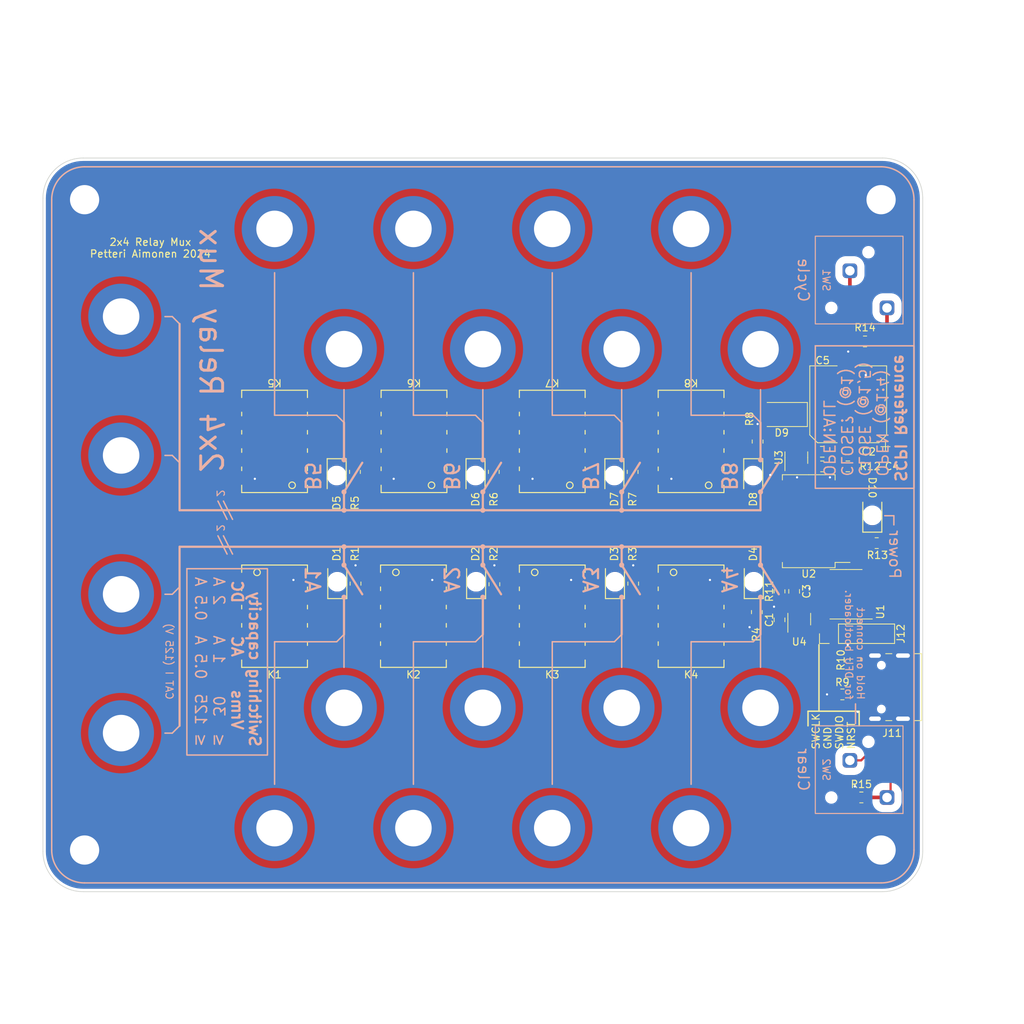
<source format=kicad_pcb>
(kicad_pcb (version 20221018) (generator pcbnew)
  (layers (0 "F.Cu" signal) (31 "B.Cu" signal) (34 "B.Paste" user) (35 "F.Paste" user) (36 "B.SilkS" user "B.Silkscreen") (37 "F.SilkS" user "F.Silkscreen") (38 "B.Mask" user) (39 "F.Mask" user) (44 "Edge.Cuts" user))
  (net 0 "")
  (net 1 "+5V")
  (net 2 "GND")
  (net 3 "+3V3")
  (net 4 "/VBUS")
  (net 5 "Net-(D1-K)")
  (net 6 "/A1")
  (net 7 "/A2")
  (net 8 "Net-(D3-K)")
  (net 9 "/A3")
  (net 10 "Net-(D4-K)")
  (net 11 "/A4")
  (net 12 "Net-(D5-K)")
  (net 13 "/B1")
  (net 14 "Net-(D6-K)")
  (net 15 "/B2")
  (net 16 "Net-(D7-K)")
  (net 17 "/B3")
  (net 18 "Net-(D8-K)")
  (net 19 "/B4")
  (net 20 "/USB_DP")
  (net 21 "/USB_DM")
  (net 38 "/CYCLE_BTN")
  (net 39 "/BOOT0")
  (net 40 "/STATUS_LED")
  (net 41 "/NRST")
  (net 42 "/SWDIO")
  (net 43 "/SWCLK")
  (net 44 "Net-(J11-CC1)")
  (net 46 "Net-(J11-CC2)")
  (net 49 "/A1_1")
  (net 50 "/A1_2")
  (net 51 "/A2_1")
  (net 52 "/A2_2")
  (net 53 "/A_1")
  (net 54 "/A_2")
  (net 55 "Net-(D2-K)")
  (net 56 "/B4_1")
  (net 57 "/B4_2")
  (net 58 "/B1_1")
  (net 59 "/B1_2")
  (net 60 "/B2_1")
  (net 61 "/B2_2")
  (net 62 "/B3_1")
  (net 63 "/B3_2")
  (net 64 "/B_1")
  (net 65 "/B_2")
  (net 66 "/PWR_EN")
  (net 67 "/A3_1")
  (net 68 "/A3_2")
  (net 69 "/A4_1")
  (net 70 "/A4_2")
  (net 71 "Net-(U3-ILIM)")
  (net 72 "Net-(D10-K)")
  (net 74 "/PA0")
  (net 75 "/PA1")
  (net 76 "/PA2")
  (net 77 "/PA3")
  (net 78 "/PA4")
  (net 79 "/PA5")
  (net 80 "/PA6")
  (net 81 "/PA7")
  (footprint "Resistor_SMD:R_0805_2012Metric" (layer "F.Cu") (at 213.6 88.6 90)
    (fp_text reference "R8")
    (fp_text value "470")
  )
  (footprint "Resistor_SMD:R_0805_2012Metric" (layer "F.Cu") (at 177.58 108.1275 90)
    (fp_text reference "R2")
    (fp_text value "470")
  )
  (footprint "relaymux:Binding_Post_Pair_60deg" (layer "F.Cu") (at 152.25 67.727241 120)
    (fp_text reference "J7" hide)
    (fp_text value "B1")
  )
  (footprint "relaymux:Binding_Post_Pair" (layer "F.Cu") (at 126.5 81 90)
    (fp_text reference "J6" hide)
    (fp_text value "B")
  )
  (footprint "Resistor_SMD:R_0805_2012Metric" (layer "F.Cu") (at 228.3 74.9 180)
    (fp_text reference "R14")
    (fp_text value "75k")
  )
  (footprint "Resistor_SMD:R_0805_2012Metric" (layer "F.Cu") (at 158.5 92.75 -90)
    (fp_text reference "R5")
    (fp_text value "470")
  )
  (footprint "MountingHole:MountingHole_4mm_Pad" (layer "F.Cu") (at 121.5 144.5)
    (fp_text reference "H3" hide)
    (fp_text value "M3.5")
  )
  (footprint "Resistor_SMD:R_0805_2012Metric" (layer "F.Cu") (at 196.58 108.04 90)
    (fp_text reference "R3")
    (fp_text value "470")
  )
  (footprint "Package_TO_SOT_SMD:SOT-23-6" (layer "F.Cu") (at 218.9 90.8 90)
    (fp_text reference "U3")
    (fp_text value "TPS2552D")
  )
  (footprint "relaymux:Relay_TQ2SA" (layer "F.Cu") (at 166.5 112.5 -90)
    (fp_text reference "K2")
    (fp_text value "TQ2SA-5V")
  )
  (footprint "Resistor_SMD:R_0805_2012Metric" (layer "F.Cu") (at 177.5 92.75 -90)
    (fp_text reference "R6")
    (fp_text value "470")
  )
  (footprint "Capacitor_SMD:C_0805_2012Metric" (layer "F.Cu") (at 216.6 113 90)
    (fp_text reference "C1")
    (fp_text value "10µF")
  )
  (footprint "relaymux:Relay_TQ2SA" (layer "F.Cu") (at 166.58 88.58 90)
    (fp_text reference "K6")
    (fp_text value "TQ2SA-5V")
  )
  (footprint "relaymux:Binding_Post_Pair_120deg" (layer "F.Cu") (at 171.25 133.272759 60)
    (fp_text reference "J3" hide)
    (fp_text value "A2")
  )
  (footprint "relaymux:LED_LTST-C230" (layer "F.Cu") (at 194 93.25 90)
    (fp_text reference "D7")
    (fp_text value "LED")
  )
  (footprint "relaymux:Binding_Post_Pair" (layer "F.Cu") (at 126.5 119 90)
    (fp_text reference "J1" hide)
    (fp_text value "A")
  )
  (footprint "Capacitor_SMD:C_0805_2012Metric" (layer "F.Cu") (at 222.45 90 180)
    (fp_text reference "C2")
    (fp_text value "N/A")
  )
  (footprint "Resistor_SMD:R_0805_2012Metric" (layer "F.Cu") (at 226.99 118.4025 -90)
    (fp_text reference "R10")
    (fp_text value "5k1")
  )
  (footprint "Package_TO_SOT_SMD:SOT-23-5" (layer "F.Cu") (at 219.3 112.9 90)
    (fp_text reference "U4")
    (fp_text value "TLV70033_SOT23-5")
  )
  (footprint "relaymux:Relay_TQ2SA" (layer "F.Cu") (at 185.5 88.58 90)
    (fp_text reference "K7")
    (fp_text value "TQ2SA-5V")
  )
  (footprint "Package_SO:SOP-18_7x12.5mm_P1.27mm" (layer "F.Cu") (at 220.6 99.5 180)
    (fp_text reference "U2")
    (fp_text value "TBD62783A")
  )
  (footprint "Resistor_SMD:R_0805_2012Metric" (layer "F.Cu") (at 229.9 102.5 180)
    (fp_text reference "R13")
    (fp_text value "470")
  )
  (footprint "Diode_SMD:D_SMA" (layer "F.Cu") (at 216.9 84.9 180)
    (fp_text reference "D9")
    (fp_text value "SMAJ5.0A")
  )
  (footprint "relaymux:Binding_Post_Pair_60deg" (layer "F.Cu") (at 190.25 67.727241 120)
    (fp_text reference "J9" hide)
    (fp_text value "B3")
  )
  (footprint "relaymux:Relay_TQ2SA" (layer "F.Cu") (at 204.5 112.5 -90)
    (fp_text reference "K4")
    (fp_text value "TQ2SA-5V")
  )
  (footprint "relaymux:LED_LTST-C230" (layer "F.Cu") (at 175.08 107.79 -90)
    (fp_text reference "D2")
    (fp_text value "LED")
  )
  (footprint "relaymux:Binding_Post_Pair_60deg" (layer "F.Cu") (at 209.25 67.727241 120)
    (fp_text reference "J10" hide)
    (fp_text value "B4")
  )
  (footprint "relaymux:Relay_TQ2SA" (layer "F.Cu") (at 204.5 88.58 90)
    (fp_text reference "K8")
    (fp_text value "TQ2SA-5V")
  )
  (footprint "relaymux:Binding_Post_Pair_120deg" (layer "F.Cu") (at 152.25 133.272759 60)
    (fp_text reference "J2" hide)
    (fp_text value "A1")
  )
  (footprint "Resistor_SMD:R_0805_2012Metric" (layer "F.Cu") (at 213.5 111.94 -90)
    (fp_text reference "R4")
    (fp_text value "470")
  )
  (footprint "relaymux:Binding_Post_Pair_120deg" (layer "F.Cu") (at 190.25 133.272759 60)
    (fp_text reference "J4" hide)
    (fp_text value "A3")
  )
  (footprint "Resistor_SMD:R_0805_2012Metric" (layer "F.Cu") (at 225.2 123.2)
    (fp_text reference "R9")
    (fp_text value "5k1")
  )
  (footprint "MountingHole:MountingHole_4mm_Pad" (layer "F.Cu") (at 230.5 55.5)
    (fp_text reference "H1" hide)
    (fp_text value "M3.5")
  )
  (footprint "Resistor_SMD:R_0805_2012Metric" (layer "F.Cu") (at 196.5 92.75 -90)
    (fp_text reference "R7")
    (fp_text value "470")
  )
  (footprint "Connector_USB:USB_C_Receptacle_JAE_DX07S016JA1R1500" (layer "F.Cu") (at 232.34 122.21 90)
    (fp_text reference "J11")
    (fp_text value "USB_C")
  )
  (footprint "Resistor_SMD:R_0805_2012Metric" (layer "F.Cu") (at 227.8 137.3 180)
    (fp_text reference "R15")
    (fp_text value "75k")
  )
  (footprint "Capacitor_SMD:C_0805_2012Metric" (layer "F.Cu") (at 225.95 92 180)
    (fp_text reference "C4")
    (fp_text value "10µF")
  )
  (footprint "relaymux:LED_LTST-C230" (layer "F.Cu") (at 156.08 107.79 -90)
    (fp_text reference "D1")
    (fp_text value "LED")
  )
  (footprint "MountingHole:MountingHole_4mm_Pad" (layer "F.Cu") (at 230.5 144.5)
    (fp_text reference "H2" hide)
    (fp_text value "M3.5")
  )
  (footprint "relaymux:Relay_TQ2SA" (layer "F.Cu") (at 185.5 112.5 -90)
    (fp_text reference "K3")
    (fp_text value "TQ2SA-5V")
  )
  (footprint "relaymux:LED_LTST-C230" (layer "F.Cu") (at 175 93.25 90)
    (fp_text reference "D6")
    (fp_text value "LED")
  )
  (footprint "MountingHole:MountingHole_4mm_Pad" (layer "F.Cu") (at 121.5 55.5)
    (fp_text reference "H4" hide)
    (fp_text value "M3.5")
  )
  (footprint "Resistor_SMD:R_0805_2012Metric" (layer "F.Cu") (at 216.6 109.1 90)
    (fp_text reference "R11")
    (fp_text value "75k")
  )
  (footprint "relaymux:LED_LTST-C230" (layer "F.Cu") (at 194.08 107.79 -90)
    (fp_text reference "D3")
    (fp_text value "LED")
  )
  (footprint "relaymux:LED_LTST-C230" (layer "F.Cu") (at 213 93.25 90)
    (fp_text reference "D8")
    (fp_text value "LED")
  )
  (footprint "relaymux:LED_LTST-C230" (layer "F.Cu") (at 156 93.25 90)
    (fp_text reference "D5")
    (fp_text value "LED")
  )
  (footprint "relaymux:Relay_TQ2SA" (layer "F.Cu") (at 147.5 112.5 -90)
    (fp_text reference "K1")
    (fp_text value "TQ2SA-5V")
  )
  (footprint "Package_SO:TSSOP-20_4.4x6.5mm_P0.65mm" (layer "F.Cu") (at 225.7 109.5 180)
    (fp_text reference "U1")
    (fp_text value "STM32F042F6Px")
  )
  (footprint "relaymux:LED_LTST-C230" (layer "F.Cu") (at 229.3 98.7 -90)
    (fp_text reference "D10")
    (fp_text value "LED")
  )
  (footprint "Resistor_SMD:R_0805_2012Metric" (layer "F.Cu") (at 158.58 108.04 90)
    (fp_text reference "R1")
    (fp_text value "470")
  )
  (footprint "relaymux:LED_LTST-C230" (layer "F.Cu") (at 213.08 107.79 -90)
    (fp_text reference "D4")
    (fp_text value "LED")
  )
  (footprint "relaymux:Binding_Post_Pair_60deg" (layer "F.Cu") (at 171.25 67.727241 120)
    (fp_text reference "J8" hide)
    (fp_text value "B2")
  )
  (footprint "relaymux:Pads_1x04_P2.54mm_Vertical" (layer "F.Cu") (at 223.4 114.9 90)
    (fp_text reference "J12")
    (fp_text value "Debug")
  )
  (footprint "Capacitor_SMD:CP_Elec_10x10" (layer "F.Cu") (at 226 83.5 90)
    (fp_text reference "C5")
    (fp_text value "470µF")
  )
  (footprint "Resistor_SMD:R_0805_2012Metric" (layer "F.Cu") (at 222.45 92)
    (fp_text reference "R12")
    (fp_text value "75k")
  )
  (footprint "Capacitor_SMD:C_0805_2012Metric" (layer "F.Cu") (at 218.6 109.1 90)
    (fp_text reference "C3")
    (fp_text value "10µF")
  )
  (footprint "relaymux:Binding_Post_Pair_120deg" (layer "F.Cu") (at 209.25 133.272759 60)
    (fp_text reference "J5" hide)
    (fp_text value "A4")
  )
  (footprint "relaymux:Relay_TQ2SA" (layer "F.Cu") (at 147.5 88.58 90)
    (fp_text reference "K5")
    (fp_text value "TQ2SA-5V")
  )
  (footprint "relaymux:SW_320E11" (layer "B.Cu") (at 227.5 66.5 90)
    (fp_text reference "SW1")
    (fp_text value "Cycle")
  )
  (footprint "relaymux:SW_320E11" (layer "B.Cu") (at 227.5 133.5 90)
    (fp_text reference "SW2")
    (fp_text value "Boot/Clear")
  )
  (gr_line (start 214 115) (end 214 119.5) (stroke (width 0.2)) (layer "B.SilkS"))
  (gr_line (start 156 85) (end 157 86) (stroke (width 0.2)) (layer "B.SilkS"))
  (gr_line (start 141.75 99.25) (end 140.5 96.75) (stroke (width 0.2)) (layer "B.SilkS"))
  (gr_line (start 133.5 71.5) (end 132.5 71.5) (stroke (width 0.2)) (layer "B.SilkS"))
  (gr_line (start 157 81.5) (end 157 86) (stroke (width 0.2)) (layer "B.SilkS"))
  (gr_line (start 147.5 85) (end 156 85) (stroke (width 0.2)) (layer "B.SilkS"))
  (gr_circle (center 214 105.5) (end 214 105.7) (stroke (width 0.3)) (fill none) (layer "B.SilkS"))
  (gr_circle (center 176 105.5) (end 176 105.7) (stroke (width 0.3)) (fill none) (layer "B.SilkS"))
  (gr_line (start 134.5 127.5) (end 134.5 103) (stroke (width 0.3)) (layer "B.SilkS"))
  (gr_line (start 185.5 65.5) (end 185.5 85) (stroke (width 0.2)) (layer "B.SilkS"))
  (gr_line (start 176 81.5) (end 176 86) (stroke (width 0.2)) (layer "B.SilkS"))
  (gr_line (start 166.5 85) (end 175 85) (stroke (width 0.2)) (layer "B.SilkS"))
  (gr_line (start 204.5 116) (end 204.5 135.5) (stroke (width 0.2)) (layer "B.SilkS"))
  (gr_circle (center 157 109.9) (end 157 110.1) (stroke (width 0.3)) (fill none) (layer "B.SilkS"))
  (gr_line (start 166.5 116) (end 166.5 135.5) (stroke (width 0.2)) (layer "B.SilkS"))
  (gr_line (start 195 86) (end 195 91.1) (stroke (width 0.3)) (layer "B.SilkS"))
  (gr_line (start 134.5 127.5) (end 133.5 128.5) (stroke (width 0.2)) (layer "B.SilkS"))
  (gr_circle (center 195 91.1) (end 195 90.9) (stroke (width 0.3)) (fill none) (layer "B.SilkS"))
  (gr_circle (center 176 109.9) (end 176 110.1) (stroke (width 0.3)) (fill none) (layer "B.SilkS"))
  (gr_line (start 214 109.9) (end 214 115) (stroke (width 0.3)) (layer "B.SilkS"))
  (gr_line (start 133.5 90.5) (end 132.5 90.5) (stroke (width 0.2)) (layer "B.SilkS"))
  (gr_line (start 178.5 91.5) (end 176 95.5) (stroke (width 0.3)) (layer "B.SilkS"))
  (gr_line (start 216.5 91.5) (end 214 95.5) (stroke (width 0.3)) (layer "B.SilkS"))
  (gr_line (start 121.5 51) (end 230.5 51) (stroke (width 0.2)) (layer "B.SilkS"))
  (gr_line (start 204.5 85) (end 213 85) (stroke (width 0.2)) (layer "B.SilkS"))
  (gr_line (start 157 103) (end 157 105.5) (stroke (width 0.3)) (layer "B.SilkS"))
  (gr_line (start 157 115) (end 157 119.5) (stroke (width 0.2)) (layer "B.SilkS"))
  (gr_line (start 195 103) (end 195 105.5) (stroke (width 0.3)) (layer "B.SilkS"))
  (gr_line (start 166.5 65.5) (end 166.5 85) (stroke (width 0.2)) (layer "B.SilkS"))
  (gr_line (start 176 115) (end 175 116) (stroke (width 0.2)) (layer "B.SilkS"))
  (gr_arc (start 121.5 149) (mid 118.318019 147.681981) (end 117 144.5) (stroke (width 0.2)) (layer "B.SilkS"))
  (gr_circle (center 214 95.5) (end 214 95.3) (stroke (width 0.3)) (fill none) (layer "B.SilkS"))
  (gr_circle (center 157 105.5) (end 157 105.7) (stroke (width 0.3)) (fill none) (layer "B.SilkS"))
  (gr_line (start 235 55.5) (end 235 144.5) (stroke (width 0.2)) (layer "B.SilkS"))
  (gr_circle (center 214 109.9) (end 214 110.1) (stroke (width 0.3)) (fill none) (layer "B.SilkS"))
  (gr_line (start 175 85) (end 176 86) (stroke (width 0.2)) (layer "B.SilkS"))
  (gr_line (start 214 86) (end 214 91.1) (stroke (width 0.3)) (layer "B.SilkS"))
  (gr_line (start 195 81.5) (end 195 86) (stroke (width 0.2)) (layer "B.SilkS"))
  (gr_line (start 141 104) (end 139.75 101.5) (stroke (width 0.2)) (layer "B.SilkS"))
  (gr_line (start 157 95.5) (end 157 98) (stroke (width 0.3)) (layer "B.SilkS"))
  (gr_line (start 133.5 90.5) (end 134.5 91.5) (stroke (width 0.2)) (layer "B.SilkS"))
  (gr_line (start 176 95.5) (end 176 98) (stroke (width 0.3)) (layer "B.SilkS"))
  (gr_rect (start 221.5 75.5) (end 235 95) (stroke (width 0.2)) (fill none) (layer "B.SilkS"))
  (gr_line (start 194 116) (end 185.5 116) (stroke (width 0.2)) (layer "B.SilkS"))
  (gr_circle (center 157 98) (end 157 97.8) (stroke (width 0.3)) (fill none) (layer "B.SilkS"))
  (gr_line (start 157 115) (end 156 116) (stroke (width 0.2)) (layer "B.SilkS"))
  (gr_circle (center 157 103) (end 157 103.2) (stroke (width 0.3)) (fill none) (layer "B.SilkS"))
  (gr_line (start 214 103) (end 214 105.5) (stroke (width 0.3)) (layer "B.SilkS"))
  (gr_line (start 147.5 116) (end 147.5 135.5) (stroke (width 0.2)) (layer "B.SilkS"))
  (gr_line (start 141.75 104) (end 140.5 101.5) (stroke (width 0.2)) (layer "B.SilkS"))
  (gr_arc (start 235 144.5) (mid 233.681981 147.681981) (end 230.5 149) (stroke (width 0.2)) (layer "B.SilkS"))
  (gr_line (start 232.25 98.75) (end 232.25 100) (stroke (width 0.2)) (layer "B.SilkS"))
  (gr_line (start 231 98.75) (end 232.25 98.75) (stroke (width 0.2)) (layer "B.SilkS"))
  (gr_line (start 204.5 65.5) (end 204.5 85) (stroke (width 0.2)) (layer "B.SilkS"))
  (gr_circle (center 195 105.5) (end 195 105.7) (stroke (width 0.3)) (fill none) (layer "B.SilkS"))
  (gr_line (start 133.5 109.5) (end 132.5 109.5) (stroke (width 0.2)) (layer "B.SilkS"))
  (gr_arc (start 230.5 51) (mid 233.681981 52.318019) (end 235 55.5) (stroke (width 0.2)) (layer "B.SilkS"))
  (gr_circle (center 195 103) (end 195 103.2) (stroke (width 0.3)) (fill none) (layer "B.SilkS"))
  (gr_line (start 195 109.9) (end 195 115) (stroke (width 0.3)) (layer "B.SilkS"))
  (gr_circle (center 195 109.9) (end 195 110.1) (stroke (width 0.3)) (fill none) (layer "B.SilkS"))
  (gr_line (start 156 116) (end 147.5 116) (stroke (width 0.2)) (layer "B.SilkS"))
  (gr_arc (start 117 55.5) (mid 118.318019 52.318019) (end 121.5 51) (stroke (width 0.2)) (layer "B.SilkS"))
  (gr_line (start 214 115) (end 213 116) (stroke (width 0.2)) (layer "B.SilkS"))
  (gr_line (start 185.5 116) (end 185.5 135.5) (stroke (width 0.2)) (layer "B.SilkS"))
  (gr_circle (center 195 95.5) (end 195 95.3) (stroke (width 0.3)) (fill none) (layer "B.SilkS"))
  (gr_line (start 230.5 149) (end 121.5 149) (stroke (width 0.2)) (layer "B.SilkS"))
  (gr_line (start 176 115) (end 176 119.5) (stroke (width 0.2)) (layer "B.SilkS"))
  (gr_line (start 195 95.5) (end 195 98) (stroke (width 0.3)) (layer "B.SilkS"))
  (gr_line (start 176 103) (end 176 105.5) (stroke (width 0.3)) (layer "B.SilkS"))
  (gr_circle (center 214 91.1) (end 214 90.9) (stroke (width 0.3)) (fill none) (layer "B.SilkS"))
  (gr_line (start 157 109.9) (end 157 115) (stroke (width 0.3)) (layer "B.SilkS"))
  (gr_line (start 214 98) (end 134.5 98) (stroke (width 0.3)) (layer "B.SilkS"))
  (gr_line (start 195 115) (end 195 119.5) (stroke (width 0.2)) (layer "B.SilkS"))
  (gr_circle (center 176 91.1) (end 176 90.9) (stroke (width 0.3)) (fill none) (layer "B.SilkS"))
  (gr_line (start 147.5 65.5) (end 147.5 85) (stroke (width 0.2)) (layer "B.SilkS"))
  (gr_rect (start 135.5 106) (end 146.5254 131.5) (stroke (width 0.2)) (fill none) (layer "B.SilkS"))
  (gr_line (start 197.5 91.5) (end 195 95.5) (stroke (width 0.3)) (layer "B.SilkS"))
  (gr_line (start 213 85) (end 214 86) (stroke (width 0.2)) (layer "B.SilkS"))
  (gr_line (start 214 95.5) (end 214 98) (stroke (width 0.3)) (layer "B.SilkS"))
  (gr_line (start 157 105.5) (end 159.5 109.5) (stroke (width 0.3)) (layer "B.SilkS"))
  (gr_circle (center 195 98) (end 195 97.8) (stroke (width 0.3)) (fill none) (layer "B.SilkS"))
  (gr_line (start 195 105.5) (end 197.5 109.5) (stroke (width 0.3)) (layer "B.SilkS"))
  (gr_line (start 176 86) (end 176 91.1) (stroke (width 0.3)) (layer "B.SilkS"))
  (gr_line (start 214 81.5) (end 214 86) (stroke (width 0.2)) (layer "B.SilkS"))
  (gr_line (start 159.5 91.5) (end 157 95.5) (stroke (width 0.3)) (layer "B.SilkS"))
  (gr_line (start 157 86) (end 157 91.1) (stroke (width 0.3)) (layer "B.SilkS"))
  (gr_line (start 195 115) (end 194 116) (stroke (width 0.2)) (layer "B.SilkS"))
  (gr_line (start 141 99.25) (end 139.75 96.75) (stroke (width 0.2)) (layer "B.SilkS"))
  (gr_line (start 176 105.5) (end 178.5 109.5) (stroke (width 0.3)) (layer "B.SilkS"))
  (gr_circle (center 157 91.1) (end 157 90.9) (stroke (width 0.3)) (fill none) (layer "B.SilkS"))
  (gr_circle (center 176 98) (end 176 97.8) (stroke (width 0.3)) (fill none) (layer "B.SilkS"))
  (gr_line (start 134.5 98) (end 134.5 72.5) (stroke (width 0.3)) (layer "B.SilkS"))
  (gr_line (start 194 85) (end 195 86) (stroke (width 0.2)) (layer "B.SilkS"))
  (gr_line (start 175 116) (end 166.5 116) (stroke (width 0.2)) (layer "B.SilkS"))
  (gr_circle (center 176 95.5) (end 176 95.3) (stroke (width 0.3)) (fill none) (layer "B.SilkS"))
  (gr_circle (center 157 95.5) (end 157 95.3) (stroke (width 0.3)) (fill none) (layer "B.SilkS"))
  (gr_line (start 133.5 128.5) (end 132.5 128.5) (stroke (width 0.2)) (layer "B.SilkS"))
  (gr_line (start 213 116) (end 204.5 116) (stroke (width 0.2)) (layer "B.SilkS"))
  (gr_line (start 185.5 85) (end 194 85) (stroke (width 0.2)) (layer "B.SilkS"))
  (gr_line (start 134.5 103) (end 214 103) (stroke (width 0.3)) (layer "B.SilkS"))
  (gr_line (start 117 144.5) (end 117 55.5) (stroke (width 0.2)) (layer "B.SilkS"))
  (gr_line (start 227 124.5) (end 227 127.2) (stroke (width 0.2)) (layer "B.SilkS"))
  (gr_line (start 133.5 71.5) (end 134.5 72.5) (stroke (width 0.2)) (layer "B.SilkS"))
  (gr_line (start 134.5 108.5) (end 133.5 109.5) (stroke (width 0.2)) (layer "B.SilkS"))
  (gr_circle (center 176 103) (end 176 103.2) (stroke (width 0.3)) (fill none) (layer "B.SilkS"))
  (gr_line (start 214 105.5) (end 216.5 109.5) (stroke (width 0.3)) (layer "B.SilkS"))
  (gr_line (start 176 109.9) (end 176 115) (stroke (width 0.3)) (layer "B.SilkS"))
  (gr_line (start 220.5 125.5) (end 220.5 127.5) (stroke (width 0.2)) (layer "F.SilkS"))
  (gr_line (start 227.5 125.5) (end 220.5 125.5) (stroke (width 0.2)) (layer "F.SilkS"))
  (gr_line (start 222 125.5) (end 222 116.4) (stroke (width 0.2)) (layer "F.SilkS"))
  (gr_line (start 227.5 127.5) (end 227.5 125.5) (stroke (width 0.2)) (layer "F.SilkS"))
  (gr_line (start 230.7 150.2) (end 121.3 150.2) (stroke (width 0.1)) (layer "Edge.Cuts"))
  (gr_line (start 236.2 55.3) (end 236.2 144.7) (stroke (width 0.1)) (layer "Edge.Cuts"))
  (gr_arc (start 121.3 150.2) (mid 117.410913 148.589087) (end 115.8 144.7) (stroke (width 0.1)) (layer "Edge.Cuts"))
  (gr_arc (start 230.7 49.8) (mid 234.589087 51.410913) (end 236.2 55.3) (stroke (width 0.1)) (layer "Edge.Cuts"))
  (gr_arc (start 236.2 144.7) (mid 234.589087 148.589087) (end 230.7 150.2) (stroke (width 0.1)) (layer "Edge.Cuts"))
  (gr_line (start 121.3 49.8) (end 230.7 49.8) (stroke (width 0.1)) (layer "Edge.Cuts"))
  (gr_arc (start 115.8 55.3) (mid 117.410913 51.410913) (end 121.3 49.8) (stroke (width 0.1)) (layer "Edge.Cuts"))
  (gr_line (start 115.8 144.7) (end 115.8 55.3) (stroke (width 0.1)) (layer "Edge.Cuts"))
  (gr_text "≤  30" (at 139 130.5 270) (layer "B.SilkS") (effects (font (size 1.5 1.5) (thickness 0.2)) (justify left bottom mirror)))
  (gr_text "Power" (at 231.5 107.5 270) (layer "B.SilkS") (effects (font (size 1.5 1.5) (thickness 0.2) bold) (justify left bottom mirror)))
  (gr_text "0.5 A" (at 136.5 115 270) (layer "B.SilkS") (effects (font (size 1.5 1.5) (thickness 0.2)) (justify right bottom mirror)))
  (gr_text "2x4 Relay Mux" (at 137 93.1 270) (layer "B.SilkS") (effects (font (size 3 3) (thickness 0.4)) (justify left bottom mirror)))
  (gr_text "≤ 125" (at 136.5 130.5 270) (layer "B.SilkS") (effects (font (size 1.5 1.5) (thickness 0.2)) (justify left bottom mirror)))
  (gr_text "2" (at 139.5 101 -90) (layer "B.SilkS") (effects (font (size 1 1)) (justify left bottom mirror)))
  (gr_text "OPEN (@1:4)\nCLOSE (@1,5)\nCLOSE? (@1)\nOPEN:ALL" (at 222.5 93.5 270) (layer "B.SilkS") (effects (font (size 1.5 1.5) (thickness 0.2)) (justify left bottom mirror)))
  (gr_text "A3" (at 189.5 109.5 270) (layer "B.SilkS") (effects (font (size 2 2) (thickness 0.3)) (justify left bottom mirror)))
  (gr_text "A1" (at 151.5 109.5 -90) (layer "B.SilkS") (effects (font (size 2 2) (thickness 0.3)) (justify left bottom mirror)))
  (gr_text "Hold on connect\nfor DFU bootloader." (at 225.5 124 -90) (layer "B.SilkS") (effects (font (size 1 1)) (justify left bottom mirror)))
  (gr_text "A4" (at 208.5 109.5 270) (layer "B.SilkS") (effects (font (size 2 2) (thickness 0.3)) (justify left bottom mirror)))
  (gr_text "B5" (at 151.5 95.5 270) (layer "B.SilkS") (effects (font (size 2 2) (thickness 0.3)) (justify left bottom mirror)))
  (gr_text "CAT I (125 V)" (at 132.5 124 -90) (layer "B.SilkS") (effects (font (size 1 1)) (justify left bottom mirror)))
  (gr_text "0.5 A" (at 136.5 107 270) (layer "B.SilkS") (effects (font (size 1.5 1.5) (thickness 0.2)) (justify right bottom mirror)))
  (gr_text "B8" (at 208.5 95.5 270) (layer "B.SilkS") (effects (font (size 2 2) (thickness 0.3)) (justify left bottom mirror)))
  (gr_text "A2" (at 170.5 109.5 270) (layer "B.SilkS") (effects (font (size 2 2) (thickness 0.3)) (justify left bottom mirror)))
  (gr_text "Switching capacity\n  Vrms    AC    DC" (at 141.5 130.5 270) (layer "B.SilkS") (effects (font (size 1.5 1.5) (thickness 0.3) bold) (justify left bottom mirror)))
  (gr_text "Clear" (at 219 133.5 270) (layer "B.SilkS") (effects (font (size 1.5 1.5) (thickness 0.2)) (justify bottom mirror)))
  (gr_text "2 A" (at 139 107 270) (layer "B.SilkS") (effects (font (size 1.5 1.5) (thickness 0.2)) (justify right bottom mirror)))
  (gr_text "B6" (at 170.5 95.5 270) (layer "B.SilkS") (effects (font (size 2 2) (thickness 0.3)) (justify left bottom mirror)))
  (gr_text "2" (at 139.5 96.25 -90) (layer "B.SilkS") (effects (font (size 1 1)) (justify left bottom mirror)))
  (gr_text "Cycle" (at 219 66.5 270) (layer "B.SilkS") (effects (font (size 1.5 1.5) (thickness 0.2)) (justify bottom mirror)))
  (gr_text "SCPI Reference" (at 232.25 94.25 270) (layer "B.SilkS") (effects (font (size 1.5 1.5) (thickness 0.3) bold) (justify left bottom mirror)))
  (gr_text "B7" (at 189.5 95.5 270) (layer "B.SilkS") (effects (font (size 2 2) (thickness 0.3)) (justify left bottom mirror)))
  (gr_text "1 A" (at 139 115 270) (layer "B.SilkS") (effects (font (size 1.5 1.5) (thickness 0.2)) (justify right bottom mirror)))
  (gr_text "SWCLK\nGND\nSWDIO\nNRST" (at 227 130.8 90) (layer "F.SilkS") (effects (font (size 1 1)) (justify left bottom)))
  (gr_text "2x4 Relay Mux\nPetteri Aimonen 2024" (at 130.5 63.5) (layer "F.SilkS") (effects (font (size 1 1)) (justify bottom)))
  (segment (start 226.08 94.42) (end 226.9 93.6) (width 0.5) (layer "F.Cu") (net 1))
  (segment (start 218.8 87.5) (end 223.4 87.5) (width 0.5) (layer "F.Cu") (net 1))
  (segment (start 225.375 94.42) (end 226.08 94.42) (width 0.5) (layer "F.Cu") (net 1))
  (segment (start 223.4 87.5) (end 226 87.5) (width 0.5) (layer "F.Cu") (net 1))
  (segment (start 217.95 88.35) (end 218.8 87.5) (width 0.5) (layer "F.Cu") (net 1))
  (segment (start 226.9 92) (end 226.8 91.9) (width 0.5) (layer "F.Cu") (net 1))
  (segment (start 226.8 88.3) (end 226 87.5) (width 0.5) (layer "F.Cu") (net 1))
  (segment (start 223.4 90) (end 223.4 87.5) (width 0.5) (layer "F.Cu") (net 1))
  (segment (start 226.8 91.9) (end 226.8 88.3) (width 0.5) (layer "F.Cu") (net 1))
  (segment (start 217.95 89.6625) (end 217.95 88.35) (width 0.5) (layer "F.Cu") (net 1))
  (segment (start 226.9 93.6) (end 226.9 92) (width 0.5) (layer "F.Cu") (net 1))
  (segment (start 213.6 87.6875) (end 213.6 86.2) (width 0.5) (layer "F.Cu") (net 2))
  (segment (start 216.75 112.05) (end 216.6 112.05) (width 0.3) (layer "F.Cu") (net 2))
  (segment (start 209.58 107.42) (end 207.2 107.42) (width 0.5) (layer "F.Cu") (net 2))
  (segment (start 223.3625 93.3625) (end 223.5 93.5) (width 0.5) (layer "F.Cu") (net 2))
  (segment (start 196.5 93.6625) (end 199.4175 93.6625) (width 0.5) (layer "F.Cu") (net 2))
  (segment (start 201.76 93.66) (end 201.8 93.7) (width 0.5) (layer "F.Cu") (net 2))
  (segment (start 207.2 107.42) (end 207.08 107.54) (width 0.5) (layer "F.Cu") (net 2))
  (segment (start 177.58 107.215) (end 177.58 105.54) (width 0.5) (layer "F.Cu") (net 2))
  (segment (start 226.8875 135.8125) (end 226.9 135.8) (width 0.5) (layer "F.Cu") (net 2))
  (segment (start 199.4175 93.6625) (end 199.42 93.66) (width 0.5) (layer "F.Cu") (net 2))
  (segment (start 190.58 107.42) (end 188.2 107.42) (width 0.5) (layer "F.Cu") (net 2))
  (segment (start 225.94 116.44) (end 226.99 117.49) (width 0.5) (layer "F.Cu") (net 2))
  (segment (start 215.825 94.42) (end 215.825 93.667796) (width 0.5) (layer "F.Cu") (net 2))
  (segment (start 158.5 93.6625) (end 161.4975 93.6625) (width 0.5) (layer "F.Cu") (net 2))
  (segment (start 161.5 93.66) (end 163.76 93.66) (width 0.5) (layer "F.Cu") (net 2))
  (segment (start 220.475 109.175) (end 219.45 108.15) (width 0.3) (layer "F.Cu") (net 2))
  (segment (start 218.825 112.9) (end 217.6 112.9) (width 0.3) (layer "F.Cu") (net 2))
  (segment (start 229.29 125.31) (end 227.59 125.31) (width 0.5) (layer "F.Cu") (net 2))
  (segment (start 223.3625 92) (end 223.3625 93.3625) (width 0.5) (layer "F.Cu") (net 2))
  (segment (start 226 76.2875) (end 227.3875 74.9) (width 0.5) (layer "F.Cu") (net 2))
  (segment (start 142.42 93.66) (end 144.76 93.66) (width 0.5) (layer "F.Cu") (net 2))
  (segment (start 144.76 93.66) (end 144.8 93.7) (width 0.5) (layer "F.Cu") (net 2))
  (segment (start 227.59 125.31) (end 227.3 125.6) (width 0.5) (layer "F.Cu") (net 2))
  (segment (start 224.2875 123.2) (end 223.1 123.2) (width 0.5) (layer "F.Cu") (net 2))
  (segment (start 226.8875 137.3) (end 226.8875 135.8125) (width 0.5) (layer "F.Cu") (net 2))
  (segment (start 219.3 113.375) (end 218.825 112.9) (width 0.3) (layer "F.Cu") (net 2))
  (segment (start 219.3 114.0375) (end 219.3 113.375) (width 0.3) (layer "F.Cu") (net 2))
  (segment (start 221.375 109.175) (end 220.475 109.175) (width 0.3) (layer "F.Cu") (net 2))
  (segment (start 163.76 93.66) (end 163.8 93.7) (width 0.5) (layer "F.Cu") (net 2))
  (segment (start 196.58 107.1275) (end 196.58 105.54) (width 0.5) (layer "F.Cu") (net 2))
  (segment (start 217.6 112.9) (end 216.75 112.05) (width 0.3) (layer "F.Cu") (net 2))
  (segment (start 213.5 113) (end 213.5 112.8525) (width 0.5) (layer "F.Cu") (net 2))
  (segment (start 188.2 107.42) (end 188.08 107.54) (width 0.5) (layer "F.Cu") (net 2))
  (segment (start 212.5 114) (end 213.5 113) (width 0.5) (layer "F.Cu") (net 2))
  (segment (start 220.9 108.7) (end 221.375 109.175) (width 0.3) (layer "F.Cu") (net 2))
  (segment (start 180.4175 93.6625) (end 180.42 93.66) (width 0.5) (layer "F.Cu") (net 2))
  (segment (start 215.8495 111.2995) (end 216.6 112.05) (width 0.5) (layer "F.Cu") (net 2))
  (segment (start 226 79.5) (end 228.4 79.5) (width 0.5) (layer "F.Cu") (net 2))
  (segment (start 161.4975 93.6625) (end 161.5 93.66) (width 0.5) (layer "F.Cu") (net 2))
  (segment (start 225.94 114.9) (end 225.94 116.44) (width 0.5) (layer "F.Cu") (net 2))
  (segment (start 229.29 119.11) (end 228.61 119.11) (width 0.5) (layer "F.Cu") (net 2))
  (segment (start 225 92) (end 223.3625 92) (width 0.5) (layer "F.Cu") (net 2))
  (segment (start 228.61 119.11) (end 226.99 117.49) (width 0.5) (layer "F.Cu") (net 2))
  (segment (start 215.825 93.667796) (end 215.328602 93.171398) (width 0.5) (layer "F.Cu") (net 2))
  (segment (start 218.9 91.9375) (end 218.9 93.4) (width 0.5) (layer "F.Cu") (net 2))
  (segment (start 226 79.5) (end 226 76.2875) (width 0.5) (layer "F.Cu") (net 2))
  (segment (start 220.7 108.7) (end 220.9 108.7) (width 0.3) (layer "F.Cu") (net 2))
  (segment (start 169.2 107.42) (end 169.08 107.54) (width 0.5) (layer "F.Cu") (net 2))
  (segment (start 219.45 108.15) (end 218.6 108.15) (width 0.3) (layer "F.Cu") (net 2))
  (segment (start 180.42 93.66) (end 182.76 93.66) (width 0.5) (layer "F.Cu") (net 2))
  (segment (start 171.58 107.42) (end 169.2 107.42) (width 0.5) (layer "F.Cu") (net 2))
  (segment (start 213.6 86.2) (end 214.9 84.9) (width 0.5) (layer "F.Cu") (net 2))
  (segment (start 152.58 107.42) (end 150.2 107.42) (width 0.5) (layer "F.Cu") (net 2))
  (segment (start 158.58 107.1275) (end 158.58 105.54) (width 0.5) (layer "F.Cu") (net 2))
  (segment (start 218.9 93.4) (end 219 93.5) (width 0.5) (layer "F.Cu") (net 2))
  (segment (start 150.2 107.42) (end 150.08 107.54) (width 0.5) (layer "F.Cu") (net 2))
  (segment (start 215.8495 111.2) (end 215.8495 111.2995) (width 0.5) (layer "F.Cu") (net 2))
  (segment (start 199.42 93.66) (end 201.76 93.66) (width 0.5) (layer "F.Cu") (net 2))
  (segment (start 177.5 93.6625) (end 180.4175 93.6625) (width 0.5) (layer "F.Cu") (net 2))
  (segment (start 222.8375 109.175) (end 221.375 109.175) (width 0.3) (layer "F.Cu") (net 2))
  (segment (start 182.76 93.66) (end 182.8 93.7) (width 0.5) (layer "F.Cu") (net 2))
  (via (at 215.328602 93.171398) (size 1) (drill 0.3) (layers "F.Cu" "B.Cu") (net 2))
  (via (at 213.6 86.2) (size 1) (drill 0.3) (layers "F.Cu" "B.Cu") (net 2))
  (via (at 212.5 114) (size 1) (drill 0.3) (layers "F.Cu" "B.Cu") (net 2))
  (via (at 223.1 123.2) (size 1) (drill 0.3) (layers "F.Cu" "B.Cu") (net 2))
  (via (at 144.8 93.7) (size 1) (drill 0.3) (layers "F.Cu" "B.Cu") (net 2))
  (via (at 150.08 107.54) (size 1) (drill 0.3) (layers "F.Cu" "B.Cu") (net 2))
  (via (at 223.5 93.5) (size 1) (drill 0.3) (layers "F.Cu" "B.Cu") (net 2))
  (via (at 177.58 105.54) (size 1) (drill 0.3) (layers "F.Cu" "B.Cu") (net 2))
  (via (at 169.08 107.54) (size 1) (drill 0.3) (layers "F.Cu" "B.Cu") (net 2))
  (via (at 226.9 135.8) (size 1) (drill 0.3) (layers "F.Cu" "B.Cu") (net 2))
  (via (at 220.7 108.7) (size 1) (drill 0.3) (layers "F.Cu" "B.Cu") (net 2))
  (via (at 201.8 93.7) (size 1) (drill 0.3) (layers "F.Cu" "B.Cu") (net 2))
  (via (at 182.8 93.7) (size 1) (drill 0.3) (layers "F.Cu" "B.Cu") (net 2))
  (via (at 228.4 79.5) (size 1) (drill 0.3) (layers "F.Cu" "B.Cu") (net 2))
  (via (at 225.94 116.44) (size 1) (drill 0.3) (layers "F.Cu" "B.Cu") (net 2))
  (via (at 188.08 107.54) (size 1) (drill 0.3) (layers "F.Cu" "B.Cu") (net 2))
  (via (at 219 93.5) (size 1) (drill 0.3) (layers "F.Cu" "B.Cu") (net 2))
  (via (at 196.58 105.54) (size 1) (drill 0.3) (layers "F.Cu" "B.Cu") (net 2))
  (via (at 215.8495 111.2) (size 1) (drill 0.3) (layers "F.Cu" "B.Cu") (net 2))
  (via (at 158.58 105.54) (size 1) (drill 0.3) (layers "F.Cu" "B.Cu") (net 2))
  (via (at 227.3 125.6) (size 1) (drill 0.3) (layers "F.Cu" "B.Cu") (net 2))
  (via (at 226 76.2875) (size 1) (drill 0.3) (layers "F.Cu" "B.Cu") (net 2))
  (via (at 207.08 107.54) (size 1) (drill 0.3) (layers "F.Cu" "B.Cu") (net 2))
  (via (at 163.8 93.7) (size 1) (drill 0.3) (layers "F.Cu" "B.Cu") (net 2))
  (segment (start 228 83) (end 224.5 83) (width 0.5) (layer "F.Cu") (net 3))
  (segment (start 229 84) (end 228 83) (width 0.5) (layer "F.Cu") (net 3))
  (segment (start 226.6 109.825) (end 226.6 112.692894) (width 0.3) (layer "F.Cu") (net 3))
  (segment (start 229.73 114.118628) (end 229.73 115.83) (width 0.3) (layer "F.Cu") (net 3))
  (segment (start 227.407106 113.5) (end 229.111372 113.5) (width 0.3) (layer "F.Cu") (net 3))
  (segment (start 223 81.5) (end 223 74.5) (width 0.5) (layer "F.Cu") (net 3))
  (segment (start 231.3 118.607107) (end 231.6 118.907107) (width 0.3) (layer "F.Cu") (net 3))
  (segment (start 231.6 125.441283) (end 231.3 125.741283) (width 0.3) (layer "F.Cu") (net 3))
  (segment (start 230.5 109.825) (end 231 109.325) (width 0.3) (layer "F.Cu") (net 3))
  (segment (start 222.8375 109.825) (end 216.7875 109.825) (width 0.3) (layer "F.Cu") (net 3))
  (segment (start 229.73 115.83) (end 231.3 117.4) (width 0.3) (layer "F.Cu") (net 3))
  (segment (start 229 93.2) (end 229 84) (width 0.5) (layer "F.Cu") (net 3))
  (segment (start 231 105.9) (end 229.9 104.8) (width 0.3) (layer "F.Cu") (net 3))
  (segment (start 216.7875 109.825) (end 216.6 110.0125) (width 0.3) (layer "F.Cu") (net 3))
  (segment (start 218.4 110.25) (end 218.6 110.05) (width 0.3) (layer "F.Cu") (net 3))
  (segment (start 231.6 118.907107) (end 231.6 125.441283) (width 0.3) (layer "F.Cu") (net 3))
  (segment (start 231.3 117.4) (end 231.3 118.607107) (width 0.3) (layer "F.Cu") (net 3))
  (segment (start 231.05147 100.7) (end 231.1 100.7) (width 0.3) (layer "F.Cu") (net 3))
  (segment (start 229.9 101.85147) (end 231.05147 100.7) (width 0.3) (layer "F.Cu") (net 3))
  (segment (start 227.1 109.825) (end 228.5625 109.825) (width 0.3) (layer "F.Cu") (net 3))
  (segment (start 227.1 109.825) (end 226.6 109.825) (width 0.3) (layer "F.Cu") (net 3))
  (segment (start 226.6 112.692894) (end 227.407106 113.5) (width 0.3) (layer "F.Cu") (net 3))
  (segment (start 228.5625 109.825) (end 230.5 109.825) (width 0.3) (layer "F.Cu") (net 3))
  (segment (start 231.3 125.741283) (end 231.3 128.7) (width 0.3) (layer "F.Cu") (net 3))
  (segment (start 229.111372 113.5) (end 229.73 114.118628) (width 0.3) (layer "F.Cu") (net 3))
  (segment (start 231.1 100.7) (end 231.1 95.3) (width 0.5) (layer "F.Cu") (net 3))
  (segment (start 218.35 111.7625) (end 218.4 111.7125) (width 0.3) (layer "F.Cu") (net 3))
  (segment (start 223 74.5) (end 226.23 71.27) (width 0.5) (layer "F.Cu") (net 3))
  (segment (start 226.23 71.27) (end 226.23 65.23) (width 0.5) (layer "F.Cu") (net 3))
  (segment (start 231 109.325) (end 231 105.9) (width 0.3) (layer "F.Cu") (net 3))
  (segment (start 231.1 95.3) (end 229 93.2) (width 0.5) (layer "F.Cu") (net 3))
  (segment (start 222.8375 109.825) (end 227.1 109.825) (width 0.3) (layer "F.Cu") (net 3))
  (segment (start 227.77 132.23) (end 226.23 132.23) (width 0.3) (layer "F.Cu") (net 3))
  (segment (start 224.5 83) (end 223 81.5) (width 0.5) (layer "F.Cu") (net 3))
  (segment (start 229.9 104.8) (end 229.9 101.85147) (width 0.3) (layer "F.Cu") (net 3))
  (segment (start 231.3 128.7) (end 227.77 132.23) (width 0.3) (layer "F.Cu") (net 3))
  (segment (start 218.4 111.7125) (end 218.4 110.25) (width 0.3) (layer "F.Cu") (net 3))
  (segment (start 216.6 113.95) (end 215.75 113.95) (width 0.5) (layer "F.Cu") (net 4))
  (segment (start 219.6 115.6) (end 220.5 115.6) (width 0.5) (layer "F.Cu") (net 4))
  (segment (start 230.79 120.79) (end 229.86 119.86) (width 0.3) (layer "F.Cu") (net 4))
  (segment (start 215.4 91.4) (end 215.4 88.4) (width 0.5) (layer "F.Cu") (net 4))
  (segment (start 215.4 88.4) (end 219.5 84.3) (width 0.5) (layer "F.Cu") (net 4))
  (segment (start 218.2 115.6) (end 219.6 115.6) (width 0.5) (layer "F.Cu") (net 4))
  (segment (start 214.9 107.5) (end 217.95 104.45) (width 0.5) (layer "F.Cu") (net 4))
  (segment (start 217.95 104.45) (end 217.95 93.3) (width 0.5) (layer "F.Cu") (net 4))
  (segment (start 214.9 113.1) (end 214.9 107.5) (width 0.5) (layer "F.Cu") (net 4))
  (segment (start 228.1 96.4) (end 228.65 96.95) (width 0.5) (layer "F.Cu") (net 4))
  (segment (start 218.35 114.0375) (end 218.2 114.1875) (width 0.5) (layer "F.Cu") (net 4))
  (segment (start 228.65 96.95) (end 229.3 96.95) (width 0.5) (layer "F.Cu") (net 4))
  (segment (start 230.79 123.820051) (end 230.79 120.79) (width 0.3) (layer "F.Cu") (net 4))
  (segment (start 217.95 93.3) (end 217.3 93.3) (width 0.5) (layer "F.Cu") (net 4))
  (segment (start 220.5 115.6) (end 220.2 115.3) (width 0.5) (layer "F.Cu") (net 4))
  (segment (start 217.95 93.3) (end 217.95 91.9375) (width 0.5) (layer "F.Cu") (net 4))
  (segment (start 219.5 84.3) (end 227 84.3) (width 0.5) (layer "F.Cu") (net 4))
  (segment (start 222.06 124.56) (end 229.29 124.56) (width 0.5) (layer "F.Cu") (net 4))
  (segment (start 221.5 124) (end 222.06 124.56) (width 0.5) (layer "F.Cu") (net 4))
  (segment (start 216.9 115.6) (end 219.6 115.6) (width 0.5) (layer "F.Cu") (net 4))
  (segment (start 217.3 93.3) (end 215.4 91.4) (width 0.5) (layer "F.Cu") (net 4))
  (segment (start 220.2 115.3) (end 220.2 114.0875) (width 0.5) (layer "F.Cu") (net 4))
  (segment (start 227 84.3) (end 228.1 85.4) (width 0.5) (layer "F.Cu") (net 4))
  (segment (start 220.5 116.5) (end 221.5 117.5) (width 0.5) (layer "F.Cu") (net 4))
  (segment (start 218.2 114.1875) (end 218.2 115.6) (width 0.5) (layer "F.Cu") (net 4))
  (segment (start 220.2 114.0875) (end 220.25 114.0375) (width 0.5) (layer "F.Cu") (net 4))
  (segment (start 216.6 115.3) (end 216.9 115.6) (width 0.5) (layer "F.Cu") (net 4))
  (segment (start 220.5 115.6) (end 220.5 116.5) (width 0.5) (layer "F.Cu") (net 4))
  (segment (start 221.5 117.5) (end 221.5 124) (width 0.5) (layer "F.Cu") (net 4))
  (segment (start 215.75 113.95) (end 214.9 113.1) (width 0.5) (layer "F.Cu") (net 4))
  (segment (start 229.29 124.56) (end 230.050051 124.56) (width 0.3) (layer "F.Cu") (net 4))
  (segment (start 228.1 85.4) (end 228.1 96.4) (width 0.5) (layer "F.Cu") (net 4))
  (segment (start 230.050051 124.56) (end 230.79 123.820051) (width 0.3) (layer "F.Cu") (net 4))
  (segment (start 229.86 119.86) (end 229.29 119.86) (width 0.3) (layer "F.Cu") (net 4))
  (segment (start 216.6 113.95) (end 216.6 115.3) (width 0.5) (layer "F.Cu") (net 4))
  (segment (start 157.9925 109.54) (end 158.58 108.9525) (width 0.5) (layer "F.Cu") (net 5))
  (segment (start 156.08 109.54) (end 157.9925 109.54) (width 0.5) (layer "F.Cu") (net 5))
  (segment (start 156.08 106.04) (end 156.08 100.85) (width 0.5) (layer "F.Cu") (net 6))
  (segment (start 156.08 100.85) (end 156 100.77) (width 0.5) (layer "F.Cu") (net 6))
  (segment (start 215.825 100.77) (end 156 100.77) (width 0.5) (layer "F.Cu") (net 6))
  (segment (start 156 100.77) (end 145.23 100.77) (width 0.5) (layer "F.Cu") (net 6))
  (segment (start 142.42 103.58) (end 142.42 107.42) (width 0.5) (layer "F.Cu") (net 6))
  (segment (start 145.23 100.77) (end 142.42 103.58) (width 0.5) (layer "F.Cu") (net 6))
  (segment (start 175.08 106.04) (end 175.08 102.12) (width 0.5) (layer "F.Cu") (net 7))
  (segment (start 163.46 102.04) (end 161.42 104.08) (width 0.5) (layer "F.Cu") (net 7))
  (segment (start 161.42 104.08) (end 161.42 107.42) (width 0.5) (layer "F.Cu") (net 7))
  (segment (start 175 102.04) (end 163.46 102.04) (width 0.5) (layer "F.Cu") (net 7))
  (segment (start 215.825 102.04) (end 175 102.04) (width 0.5) (layer "F.Cu") (net 7))
  (segment (start 175.08 102.12) (end 175 102.04) (width 0.5) (layer "F.Cu") (net 7))
  (segment (start 195.9925 109.54) (end 196.58 108.9525) (width 0.5) (layer "F.Cu") (net 8))
  (segment (start 194.08 109.54) (end 195.9925 109.54) (width 0.5) (layer "F.Cu") (net 8))
  (segment (start 182.19 103.31) (end 180.42 105.08) (width 0.5) (layer "F.Cu") (net 9))
  (segment (start 194 103.31) (end 182.19 103.31) (width 0.5) (layer "F.Cu") (net 9))
  (segment (start 180.42 105.08) (end 180.42 107.42) (width 0.5) (layer "F.Cu") (net 9))
  (segment (start 215.825 103.31) (end 194 103.31) (width 0.5) (layer "F.Cu") (net 9))
  (segment (start 194.08 103.39) (end 194 103.31) (width 0.5) (layer "F.Cu") (net 9))
  (segment (start 194.08 106.04) (end 194.08 103.39) (width 0.5) (layer "F.Cu") (net 9))
  (segment (start 213.08 110.6075) (end 213.5 111.0275) (width 0.5) (layer "F.Cu") (net 10))
  (segment (start 213.08 109.54) (end 213.08 110.6075) (width 0.5) (layer "F.Cu") (net 10))
  (segment (start 213 104.58) (end 200.92 104.58) (width 0.5) (layer "F.Cu") (net 11))
  (segment (start 215.825 104.58) (end 213 104.58) (width 0.5) (layer "F.Cu") (net 11))
  (segment (start 199.42 106.08) (end 199.42 107.42) (width 0.5) (layer "F.Cu") (net 11))
  (segment (start 213.08 106.04) (end 213.08 104.66) (width 0.5) (layer "F.Cu") (net 11))
  (segment (start 213.08 104.66) (end 213 104.58) (width 0.5) (layer "F.Cu") (net 11))
  (segment (start 200.92 104.58) (end 199.42 106.08) (width 0.5) (layer "F.Cu") (net 11))
  (segment (start 156 91.5) (end 158.1625 91.5) (width 0.5) (layer "F.Cu") (net 12))
  (segment (start 158.1625 91.5) (end 158.5 91.8375) (width 0.5) (layer "F.Cu") (net 12))
  (segment (start 155.2 99.5) (end 152.58 96.88) (width 0.5) (layer "F.Cu") (net 13))
  (segment (start 156 95) (end 152.58 95) (width 0.5) (layer "F.Cu") (net 13))
  (segment (start 152.58 95) (end 152.58 93.66) (width 0.5) (layer "F.Cu") (net 13))
  (segment (start 215.825 99.5) (end 155.2 99.5) (width 0.5) (layer "F.Cu") (net 13))
  (segment (start 152.58 96.88) (end 152.58 95) (width 0.5) (layer "F.Cu") (net 13))
  (segment (start 177.1625 91.5) (end 177.5 91.8375) (width 0.5) (layer "F.Cu") (net 14))
  (segment (start 175 91.5) (end 177.1625 91.5) (width 0.5) (layer "F.Cu") (net 14))
  (segment (start 173.43 98.23) (end 171.66 96.46) (width 0.5) (layer "F.Cu") (net 15))
  (segment (start 215.825 98.23) (end 173.43 98.23) (width 0.5) (layer "F.Cu") (net 15))
  (segment (start 175 95) (end 171.66 95) (width 0.5) (layer "F.Cu") (net 15))
  (segment (start 171.66 95) (end 171.66 93.66) (width 0.5) (layer "F.Cu") (net 15))
  (segment (start 171.66 96.46) (end 171.66 95) (width 0.5) (layer "F.Cu") (net 15))
  (segment (start 194 91.5) (end 196.1625 91.5) (width 0.5) (layer "F.Cu") (net 16))
  (segment (start 196.1625 91.5) (end 196.5 91.8375) (width 0.5) (layer "F.Cu") (net 16))
  (segment (start 191.66 96.96) (end 190.58 95.88) (width 0.5) (layer "F.Cu") (net 17))
  (segment (start 190.58 95) (end 190.58 93.66) (width 0.5) (layer "F.Cu") (net 17))
  (segment (start 190.58 95.88) (end 190.58 95) (width 0.5) (layer "F.Cu") (net 17))
  (segment (start 194 95) (end 190.58 95) (width 0.5) (layer "F.Cu") (net 17))
  (segment (start 215.825 96.96) (end 191.66 96.96) (width 0.5) (layer "F.Cu") (net 17))
  (segment (start 213 90.1125) (end 213.6 89.5125) (width 0.5) (layer "F.Cu") (net 18))
  (segment (start 213 91.25) (end 213 90.1125) (width 0.5) (layer "F.Cu") (net 18))
  (segment (start 213 95.69) (end 210.29 95.69) (width 0.5) (layer "F.Cu") (net 19))
  (segment (start 209.58 94.98) (end 209.58 93.66) (width 0.5) (layer "F.Cu") (net 19))
  (segment (start 210.29 95.69) (end 209.58 94.98) (width 0.5) (layer "F.Cu") (net 19))
  (segment (start 215.825 95.69) (end 213 95.69) (width 0.5) (layer "F.Cu") (net 19))
  (segment (start 213 95) (end 213 95.69) (width 0.5) (layer "F.Cu") (net 19))
  (segment (start 227.567106 121.96) (end 221.6 115.992894) (width 0.3) (layer "F.Cu") (net 20))
  (segment (start 228.29 121.96) (end 229.29 121.96) (width 0.3) (layer "F.Cu") (net 20))
  (segment (start 221.6 111.4) (end 221.875 111.125) (width 0.3) (layer "F.Cu") (net 20))
  (segment (start 228.29 122.29) (end 228.29 121.96) (width 0.3) (layer "F.Cu") (net 20))
  (segment (start 221.875 111.125) (end 222.8375 111.125) (width 0.3) (layer "F.Cu") (net 20))
  (segment (start 229.29 122.46) (end 228.46 122.46) (width 0.3) (layer "F.Cu") (net 20))
  (segment (start 228.29 121.96) (end 227.567106 121.96) (width 0.3) (layer "F.Cu") (net 20))
  (segment (start 221.6 115.992894) (end 221.6 111.4) (width 0.3) (layer "F.Cu") (net 20))
  (segment (start 228.46 122.46) (end 228.29 122.29) (width 0.3) (layer "F.Cu") (net 20))
  (segment (start 229.919976 122.96) (end 230.29 122.589976) (width 0.3) (layer "F.Cu") (net 21))
  (segment (start 221.1 116.2) (end 221.1 111.1) (width 0.3) (layer "F.Cu") (net 21))
  (segment (start 229.29 122.96) (end 229.919976 122.96) (width 0.3) (layer "F.Cu") (net 21))
  (segment (start 227.86 122.96) (end 221.1 116.2) (width 0.3) (layer "F.Cu") (net 21))
  (segment (start 221.725 110.475) (end 222.8375 110.475) (width 0.3) (layer "F.Cu") (net 21))
  (segment (start 230.29 121.830024) (end 229.919976 121.46) (width 0.3) (layer "F.Cu") (net 21))
  (segment (start 221.1 111.1) (end 221.725 110.475) (width 0.3) (layer "F.Cu") (net 21))
  (segment (start 229.919976 121.46) (end 229.29 121.46) (width 0.3) (layer "F.Cu") (net 21))
  (segment (start 230.29 122.589976) (end 230.29 121.830024) (width 0.3) (layer "F.Cu") (net 21))
  (segment (start 229.29 122.96) (end 227.86 122.96) (width 0.3) (layer "F.Cu") (net 21))
  (segment (start 230.557106 111.775) (end 228.5625 111.775) (width 0.3) (layer "F.Cu") (net 38))
  (segment (start 232 110.332106) (end 230.557106 111.775) (width 0.3) (layer "F.Cu") (net 38))
  (segment (start 232 104.4) (end 232 110.332106) (width 0.3) (layer "F.Cu") (net 38))
  (segment (start 231.31 74.9) (end 231.31 70.31) (width 0.5) (layer "F.Cu") (net 38))
  (segment (start 232 75.59) (end 231.31 74.9) (width 0.5) (layer "F.Cu") (net 38))
  (segment (start 232 104.4) (end 232 75.59) (width 0.5) (layer "F.Cu") (net 38))
  (segment (start 229.2125 74.9) (end 231.31 74.9) (width 0.5) (layer "F.Cu") (net 38))
  (segment (start 232.1 125.64839) (end 231.8 125.94839) (width 0.3) (layer "F.Cu") (net 39))
  (segment (start 231.3 137.3) (end 231.31 137.31) (width 0.5) (layer "F.Cu") (net 39))
  (segment (start 232.125 112.425) (end 233.3 113.6) (width 0.3) (layer "F.Cu") (net 39))
  (segment (start 231.8 118.4) (end 232.1 118.7) (width 0.3) (layer "F.Cu") (net 39))
  (segment (start 231.8 125.94839) (end 231.8 136.82) (width 0.3) (layer "F.Cu") (net 39))
  (segment (start 232.2 116.5) (end 231.8 116.9) (width 0.3) (layer "F.Cu") (net 39))
  (segment (start 232.8 116.5) (end 232.2 116.5) (width 0.3) (layer "F.Cu") (net 39))
  (segment (start 228.7125 137.3) (end 231.3 137.3) (width 0.5) (layer "F.Cu") (net 39))
  (segment (start 233.3 113.6) (end 233.3 116) (width 0.3) (layer "F.Cu") (net 39))
  (segment (start 231.8 136.82) (end 231.31 137.31) (width 0.3) (layer "F.Cu") (net 39))
  (segment (start 233.3 116) (end 232.8 116.5) (width 0.3) (layer "F.Cu") (net 39))
  (segment (start 232.1 118.7) (end 232.1 125.64839) (width 0.3) (layer "F.Cu") (net 39))
  (segment (start 228.5625 112.425) (end 232.125 112.425) (width 0.3) (layer "F.Cu") (net 39))
  (segment (start 231.8 116.9) (end 231.8 118.4) (width 0.3) (layer "F.Cu") (net 39))
  (segment (start 231.5 105.692894) (end 230.8 104.992894) (width 0.3) (layer "F.Cu") (net 40))
  (segment (start 230.5 111.125) (end 231.5 110.125) (width 0.3) (layer "F.Cu") (net 40))
  (segment (start 230.8 102.5125) (end 230.8125 102.5) (width 0.3) (layer "F.Cu") (net 40))
  (segment (start 230.8 104.992894) (end 230.8 102.5125) (width 0.3) (layer "F.Cu") (net 40))
  (segment (start 228.5625 111.125) (end 230.5 111.125) (width 0.3) (layer "F.Cu") (net 40))
  (segment (start 231.5 110.125) (end 231.5 105.692894) (width 0.3) (layer "F.Cu") (net 40))
  (segment (start 227.2 110.7) (end 227.2 112.585788) (width 0.3) (layer "F.Cu") (net 41))
  (segment (start 228.5625 110.475) (end 227.425 110.475) (width 0.3) (layer "F.Cu") (net 41))
  (segment (start 227.425 110.475) (end 227.2 110.7) (width 0.3) (layer "F.Cu") (net 41))
  (segment (start 231.02 113.72) (end 231.02 114.9) (width 0.3) (layer "F.Cu") (net 41))
  (segment (start 227.614212 113) (end 230.3 113) (width 0.3) (layer "F.Cu") (net 41))
  (segment (start 227.2 112.585788) (end 227.614212 113) (width 0.3) (layer "F.Cu") (net 41))
  (segment (start 230.3 113) (end 231.02 113.72) (width 0.3) (layer "F.Cu") (net 41))
  (segment (start 228.171372 114.3) (end 227.5 114.3) (width 0.3) (layer "F.Cu") (net 42))
  (segment (start 224.975 111.775) (end 222.8375 111.775) (width 0.3) (layer "F.Cu") (net 42))
  (segment (start 228.48 114.608628) (end 228.171372 114.3) (width 0.3) (layer "F.Cu") (net 42))
  (segment (start 227.5 114.3) (end 224.975 111.775) (width 0.3) (layer "F.Cu") (net 42))
  (segment (start 228.48 114.9) (end 228.48 114.608628) (width 0.3) (layer "F.Cu") (net 42))
  (segment (start 222.8375 114.3375) (end 223.4 114.9) (width 0.3) (layer "F.Cu") (net 43))
  (segment (start 222.8375 112.425) (end 222.8375 114.3375) (width 0.3) (layer "F.Cu") (net 43))
  (segment (start 226.1125 123.2) (end 226.8625 123.95) (width 0.3) (layer "F.Cu") (net 44))
  (segment (start 226.8625 123.95) (end 229.28 123.95) (width 0.3) (layer "F.Cu") (net 44))
  (segment (start 228.635 120.96) (end 226.99 119.315) (width 0.3) (layer "F.Cu") (net 46))
  (segment (start 229.29 120.96) (end 228.635 120.96) (width 0.3) (layer "F.Cu") (net 46))
  (segment (start 143.92 115.04) (end 147.5 118.62) (width 0.9) (layer "F.Cu") (net 49))
  (segment (start 147.5 118.62) (end 147.5 134) (width 0.9) (layer "F.Cu") (net 49))
  (segment (start 142.42 115.04) (end 143.92 115.04) (width 0.9) (layer "F.Cu") (net 49))
  (segment (start 152.58 115.04) (end 151.08 115.04) (width 0.9) (layer "F.Cu") (net 50))
  (segment (start 149 117.12) (end 149 124) (width 0.9) (layer "F.Cu") (net 50))
  (segment (start 151.08 115.04) (end 149 117.12) (width 0.9) (layer "F.Cu") (net 50))
  (segment (start 149 124) (end 150.045518 125.045518) (width 0.9) (layer "F.Cu") (net 50))
  (segment (start 150.045518 125.045518) (end 157 125.045518) (width 0.9) (layer "F.Cu") (net 50))
  (segment (start 161.42 115.04) (end 162.92 115.04) (width 0.9) (layer "F.Cu") (net 51))
  (segment (start 162.92 115.04) (end 166.5 118.62) (width 0.9) (layer "F.Cu") (net 51))
  (segment (start 166.5 118.62) (end 166.5 134) (width 0.9) (layer "F.Cu") (net 51))
  (segment (start 170.08 115.04) (end 168 117.12) (width 0.9) (layer "F.Cu") (net 52))
  (segment (start 171.58 115.04) (end 170.08 115.04) (width 0.9) (layer "F.Cu") (net 52))
  (segment (start 168 117.12) (end 168 124) (width 0.9) (layer "F.Cu") (net 52))
  (segment (start 168 124) (end 169.045518 125.045518) (width 0.9) (layer "F.Cu") (net 52))
  (segment (start 169.045518 125.045518) (end 176 125.045518) (width 0.9) (layer "F.Cu") (net 52))
  (segment (start 136.5 128.5) (end 139 126) (width 0.9) (layer "F.Cu") (net 53))
  (segment (start 180.5 113.84) (end 195.66 113.84) (width 0.9) (layer "F.Cu") (net 53))
  (segment (start 142 113.84) (end 161 113.84) (width 0.9) (layer "F.Cu") (net 53))
  (segment (start 142.42 113.42) (end 142 113.84) (width 0.9) (layer "F.Cu") (net 53))
  (segment (start 161.42 113.42) (end 161 113.84) (width 0.9) (layer "F.Cu") (net 53))
  (segment (start 180.42 112.5) (end 180.42 113.76) (width 0.9) (layer "F.Cu") (net 53))
  (segment (start 139.66 113.84) (end 142 113.84) (width 0.9) (layer "F.Cu") (net 53))
  (segment (start 197 112.5) (end 199.42 112.5) (width 0.9) (layer "F.Cu") (net 53))
  (segment (start 142.42 112.5) (end 142.42 113.42) (width 0.9) (layer "F.Cu") (net 53))
  (segment (start 139 126) (end 139 114.5) (width 0.9) (layer "F.Cu") (net 53))
  (segment (start 180.42 113.76) (end 180.5 113.84) (width 0.9) (layer "F.Cu") (net 53))
  (segment (start 139 114.5) (end 139.66 113.84) (width 0.9) (layer "F.Cu") (net 53))
  (segment (start 161 113.84) (end 180.5 113.84) (width 0.9) (layer "F.Cu") (net 53))
  (segment (start 161.42 112.5) (end 161.42 113.42) (width 0.9) (layer "F.Cu") (net 53))
  (segment (start 134 128.5) (end 136.5 128.5) (width 0.9) (layer "F.Cu") (net 53))
  (segment (start 195.66 113.84) (end 197 112.5) (width 0.9) (layer "F.Cu") (net 53))
  (segment (start 135.66 111.16) (end 153 111.16) (width 0.9) (layer "F.Cu") (net 54))
  (segment (start 190.5 111.16) (end 205.66 111.16) (width 0.9) (layer "F.Cu") (net 54))
  (segment (start 171.5 111.16) (end 190.5 111.16) (width 0.9) (layer "F.Cu") (net 54))
  (segment (start 190.58 111.24) (end 190.5 111.16) (width 0.9) (layer "F.Cu") (net 54))
  (segment (start 152.58 112.5) (end 152.58 111.58) (width 0.9) (layer "F.Cu") (net 54))
  (segment (start 152.58 111.58) (end 153 111.16) (width 0.9) (layer "F.Cu") (net 54))
  (segment (start 207 112.5) (end 209.58 112.5) (width 0.9) (layer "F.Cu") (net 54))
  (segment (start 171.58 111.24) (end 171.5 111.16) (width 0.9) (layer "F.Cu") (net 54))
  (segment (start 171.58 112.5) (end 171.58 111.24) (width 0.9) (layer "F.Cu") (net 54))
  (segment (start 190.58 112.5) (end 190.58 111.24) (width 0.9) (layer "F.Cu") (net 54))
  (segment (start 153 111.16) (end 171.5 111.16) (width 0.9) (layer "F.Cu") (net 54))
  (segment (start 134 109.5) (end 135.66 111.16) (width 0.9) (layer "F.Cu") (net 54))
  (segment (start 205.66 111.16) (end 207 112.5) (width 0.9) (layer "F.Cu") (net 54))
  (segment (start 177.08 109.54) (end 177.58 109.04) (width 0.5) (layer "F.Cu") (net 55))
  (segment (start 175.08 109.54) (end 177.08 109.54) (width 0.5) (layer "F.Cu") (net 55))
  (segment (start 209.58 86.04) (end 208.08 86.04) (width 0.9) (layer "F.Cu") (net 56))
  (segment (start 205.9 78.2) (end 208.145518 75.954482) (width 0.9) (layer "F.Cu") (net 56))
  (segment (start 208.08 86.04) (end 205.9 83.86) (width 0.9) (layer "F.Cu") (net 56))
  (segment (start 208.145518 75.954482) (end 214 75.954482) (width 0.9) (layer "F.Cu") (net 56))
  (segment (start 205.9 83.86) (end 205.9 78.2) (width 0.9) (layer "F.Cu") (net 56))
  (segment (start 199.42 86.04) (end 202.26 86.04) (width 0.9) (layer "F.Cu") (net 57))
  (segment (start 202.26 86.04) (end 204.5 83.8) (width 0.9) (layer "F.Cu") (net 57))
  (segment (start 204.5 83.8) (end 204.5 67) (width 0.9) (layer "F.Cu") (net 57))
  (segment (start 152.58 86.04) (end 150.64 86.04) (width 0.9) (layer "F.Cu") (net 58))
  (segment (start 150.64 86.04) (end 148.9 84.3) (width 0.9) (layer "F.Cu") (net 58))
  (segment (start 148.9 77.5) (end 150.445518 75.954482) (width 0.9) (layer "F.Cu") (net 58))
  (segment (start 148.9 84.3) (end 148.9 77.5) (width 0.9) (layer "F.Cu") (net 58))
  (segment (start 150.445518 75.954482) (end 157 75.954482) (width 0.9) (layer "F.Cu") (net 58))
  (segment (start 142.42 86.04) (end 145.86 86.04) (width 0.9) (layer "F.Cu") (net 59))
  (segment (start 147.5 84.4) (end 147.5 67) (width 0.9) (layer "F.Cu") (net 59))
  (segment (start 145.86 86.04) (end 147.5 84.4) (width 0.9) (layer "F.Cu") (net 59))
  (segment (start 171.66 86.04) (end 169.24 86.04) (width 0.9) (layer "F.Cu") (net 60))
  (segment (start 167.9 84.7) (end 167.9 77.3) (width 0.9) (layer "F.Cu") (net 60))
  (segment (start 169.245518 75.954482) (end 176 75.954482) (width 0.9) (layer "F.Cu") (net 60))
  (segment (start 167.9 77.3) (end 169.245518 75.954482) (width 0.9) (layer "F.Cu") (net 60))
  (segment (start 169.24 86.04) (end 167.9 84.7) (width 0.9) (layer "F.Cu") (net 60))
  (segment (start 165.16 86.04) (end 166.5 84.7) (width 0.9) (layer "F.Cu") (net 61))
  (segment (start 161.5 86.04) (end 165.16 86.04) (width 0.9) (layer "F.Cu") (net 61))
  (segment (start 166.5 84.7) (end 166.5 67) (width 0.9) (layer "F.Cu") (net 61))
  (segment (start 188.34 86.04) (end 186.9 84.6) (width 0.9) (layer "F.Cu") (net 62))
  (segment (start 186.9 84.6) (end 186.9 77.3) (width 0.9) (layer "F.Cu") (net 62))
  (segment (start 186.9 77.3) (end 188.245518 75.954482) (width 0.9) (layer "F.Cu") (net 62))
  (segment (start 188.245518 75.954482) (end 195 75.954482) (width 0.9) (layer "F.Cu") (net 62))
  (segment (start 190.58 86.04) (end 188.34 86.04) (width 0.9) (layer "F.Cu") (net 62))
  (segment (start 183.86 86.04) (end 185.5 84.4) (width 0.9) (layer "F.Cu") (net 63))
  (segment (start 185.5 84.4) (end 185.5 67) (width 0.9) (layer "F.Cu") (net 63))
  (segment (start 180.42 86.04) (end 183.86 86.04) (width 0.9) (layer "F.Cu") (net 63))
  (segment (start 152.58 88.58) (end 152.58 89.9) (width 0.9) (layer "F.Cu") (net 64))
  (segment (start 206.88 89.92) (end 208.2 88.6) (width 0.9) (layer "F.Cu") (net 64))
  (segment (start 171.6 89.92) (end 190.6 89.92) (width 0.9) (layer "F.Cu") (net 64))
  (segment (start 190.58 89.9) (end 190.6 89.92) (width 0.9) (layer "F.Cu") (net 64))
  (segment (start 171.66 89.86) (end 171.6 89.92) (width 0.9) (layer "F.Cu") (net 64))
  (segment (start 171.66 88.58) (end 171.66 89.86) (width 0.9) (layer "F.Cu") (net 64))
  (segment (start 190.6 89.92) (end 206.88 89.92) (width 0.9) (layer "F.Cu") (net 64))
  (segment (start 152.58 89.9) (end 152.6 89.92) (width 0.9) (layer "F.Cu") (net 64))
  (segment (start 152.6 89.92) (end 171.6 89.92) (width 0.9) (layer "F.Cu") (net 64))
  (segment (start 134 90.5) (end 134.58 89.92) (width 0.9) (layer "F.Cu") (net 64))
  (segment (start 190.58 88.58) (end 190.58 89.9) (width 0.9) (layer "F.Cu") (net 64))
  (segment (start 134.58 89.92) (end 152.6 89.92) (width 0.9) (layer "F.Cu") (net 64))
  (segment (start 136.5 71.5) (end 139.2 74.2) (width 0.9) (layer "F.Cu") (net 65))
  (segment (start 142.42 87.38) (end 142.5 87.3) (width 0.9) (layer "F.Cu") (net 65))
  (segment (start 140.5 87.3) (end 142.5 87.3) (width 0.9) (layer "F.Cu") (net 65))
  (segment (start 180.42 88.58) (end 180.42 87.32) (width 0.9) (layer "F.Cu") (net 65))
  (segment (start 180.42 87.32) (end 180.4 87.3) (width 0.9) (layer "F.Cu") (net 65))
  (segment (start 180.4 87.3) (end 196.4 87.3) (width 0.9) (layer "F.Cu") (net 65))
  (segment (start 142.5 87.3) (end 161.5 87.3) (width 0.9) (layer "F.Cu") (net 65))
  (segment (start 161.5 87.3) (end 180.4 87.3) (width 0.9) (layer "F.Cu") (net 65))
  (segment (start 139.2 74.2) (end 139.2 86) (width 0.9) (layer "F.Cu") (net 65))
  (segment (start 142.42 88.58) (end 142.42 87.38) (width 0.9) (layer "F.Cu") (net 65))
  (segment (start 134 71.5) (end 136.5 71.5) (width 0.9) (layer "F.Cu") (net 65))
  (segment (start 139.2 86) (end 140.5 87.3) (width 0.9) (layer "F.Cu") (net 65))
  (segment (start 196.4 87.3) (end 197.68 88.58) (width 0.9) (layer "F.Cu") (net 65))
  (segment (start 161.5 88.58) (end 161.5 87.3) (width 0.9) (layer "F.Cu") (net 65))
  (segment (start 197.68 88.58) (end 199.42 88.58) (width 0.9) (layer "F.Cu") (net 65))
  (segment (start 222.8375 108.525) (end 221.925 108.525) (width 0.3) (layer "F.Cu") (net 66))
  (segment (start 221.925 108.525) (end 219.85 106.45) (width 0.3) (layer "F.Cu") (net 66))
  (segment (start 219.85 106.45) (end 219.85 106.403553) (width 0.3) (layer "F.Cu") (net 66))
  (segment (start 216.6 108.1875) (end 216.6 107.3) (width 0.3) (layer "F.Cu") (net 66))
  (segment (start 217.496447 106.403553) (end 219.85 106.403553) (width 0.3) (layer "F.Cu") (net 66))
  (segment (start 216.6 107.3) (end 217.496447 106.403553) (width 0.3) (layer "F.Cu") (net 66))
  (segment (start 219.85 106.403553) (end 219.85 91.9375) (width 0.3) (layer "F.Cu") (net 66))
  (segment (start 185.5 118.62) (end 185.5 134) (width 0.9) (layer "F.Cu") (net 67))
  (segment (start 180.42 115.04) (end 181.92 115.04) (width 0.9) (layer "F.Cu") (net 67))
  (segment (start 181.92 115.04) (end 185.5 118.62) (width 0.9) (layer "F.Cu") (net 67))
  (segment (start 187 117.12) (end 187 124) (width 0.9) (layer "F.Cu") (net 68))
  (segment (start 190.58 115.04) (end 189.08 115.04) (width 0.9) (layer "F.Cu") (net 68))
  (segment (start 188.045518 125.045518) (end 195 125.045518) (width 0.9) (layer "F.Cu") (net 68))
  (segment (start 187 124) (end 188.045518 125.045518) (width 0.9) (layer "F.Cu") (net 68))
  (segment (start 189.08 115.04) (end 187 117.12) (width 0.9) (layer "F.Cu") (net 68))
  (segment (start 204.5 118.62) (end 204.5 134) (width 0.9) (layer "F.Cu") (net 69))
  (segment (start 200.92 115.04) (end 204.5 118.62) (width 0.9) (layer "F.Cu") (net 69))
  (segment (start 199.42 115.04) (end 200.92 115.04) (width 0.9) (layer "F.Cu") (net 69))
  (segment (start 209.58 115.04) (end 208.08 115.04) (width 0.9) (layer "F.Cu") (net 70))
  (segment (start 208.08 115.04) (end 206 117.12) (width 0.9) (layer "F.Cu") (net 70))
  (segment (start 207.045518 125.045518) (end 214 125.045518) (width 0.9) (layer "F.Cu") (net 70))
  (segment (start 206 124) (end 207.045518 125.045518) (width 0.9) (layer "F.Cu") (net 70))
  (segment (start 206 117.12) (end 206 124) (width 0.9) (layer "F.Cu") (net 70))
  (segment (start 219.275 90.8) (end 221.5 90.8) (width 0.3) (layer "F.Cu") (net 71))
  (segment (start 221.5375 90.0375) (end 221.5 90) (width 0.3) (layer "F.Cu") (net 71))
  (segment (start 218.9 90.425) (end 219.275 90.8) (width 0.3) (layer "F.Cu") (net 71))
  (segment (start 218.9 89.6625) (end 218.9 90.425) (width 0.3) (layer "F.Cu") (net 71))
  (segment (start 221.5 90.8) (end 221.5 90) (width 0.3) (layer "F.Cu") (net 71))
  (segment (start 221.5375 92) (end 221.5375 90.0375) (width 0.3) (layer "F.Cu") (net 71))
  (segment (start 229.3 101.075) (end 229.3 100.45) (width 0.5) (layer "F.Cu") (net 72))
  (segment (start 228.9875 102.5) (end 228.9875 101.3875) (width 0.5) (layer "F.Cu") (net 72))
  (segment (start 228.9875 101.3875) (end 229.3 101.075) (width 0.5) (layer "F.Cu") (net 72))
  (segment (start 226.875 109.175) (end 223 105.3) (width 0.3) (layer "F.Cu") (net 74))
  (segment (start 228.5625 109.175) (end 226.875 109.175) (width 0.3) (layer "F.Cu") (net 74))
  (segment (start 223 105.3) (end 223 101.8) (width 0.3) (layer "F.Cu") (net 74))
  (segment (start 224.03 100.77) (end 225.375 100.77) (width 0.3) (layer "F.Cu") (net 74))
  (segment (start 223 101.8) (end 224.03 100.77) (width 0.3) (layer "F.Cu") (net 74))
  (segment (start 224.06 102.04) (end 225.375 102.04) (width 0.3) (layer "F.Cu") (net 75))
  (segment (start 223.5 102.6) (end 224.06 102.04) (width 0.3) (layer "F.Cu") (net 75))
  (segment (start 223.5 105.092894) (end 223.5 102.6) (width 0.3) (layer "F.Cu") (net 75))
  (segment (start 226.932106 108.525) (end 223.5 105.092894) (width 0.3) (layer "F.Cu") (net 75))
  (segment (start 228.5625 108.525) (end 226.932106 108.525) (width 0.3) (layer "F.Cu") (net 75))
  (segment (start 228.5625 107.875) (end 227.087892 107.875) (width 0.3) (layer "F.Cu") (net 76))
  (segment (start 224 104.787108) (end 224 103.81) (width 0.3) (layer "F.Cu") (net 76))
  (segment (start 227.087892 107.875) (end 224 104.787108) (width 0.3) (layer "F.Cu") (net 76))
  (segment (start 224.5 103.31) (end 225.375 103.31) (width 0.3) (layer "F.Cu") (net 76))
  (segment (start 224 103.81) (end 224.5 103.31) (width 0.3) (layer "F.Cu") (net 76))
  (segment (start 225.375 105.455002) (end 225.375 104.58) (width 0.3) (layer "F.Cu") (net 77))
  (segment (start 228.5625 107.225) (end 227.144998 107.225) (width 0.3) (layer "F.Cu") (net 77))
  (segment (start 227.144998 107.225) (end 225.375 105.455002) (width 0.3) (layer "F.Cu") (net 77))
  (segment (start 227 106) (end 227 99.9) (width 0.3) (layer "F.Cu") (net 78))
  (segment (start 226.6 99.5) (end 225.375 99.5) (width 0.3) (layer "F.Cu") (net 78))
  (segment (start 228.5625 106.575) (end 227.575 106.575) (width 0.3) (layer "F.Cu") (net 78))
  (segment (start 227.575 106.575) (end 227 106) (width 0.3) (layer "F.Cu") (net 78))
  (segment (start 227 99.9) (end 226.6 99.5) (width 0.3) (layer "F.Cu") (net 78))
  (segment (start 221.7 106.178682) (end 221.7 100.4) (width 0.3) (layer "F.Cu") (net 79))
  (segment (start 222.8375 106.575) (end 222.096318 106.575) (width 0.3) (layer "F.Cu") (net 79))
  (segment (start 223.87 98.23) (end 225.375 98.23) (width 0.3) (layer "F.Cu") (net 79))
  (segment (start 222.096318 106.575) (end 221.7 106.178682) (width 0.3) (layer "F.Cu") (net 79))
  (segment (start 221.7 100.4) (end 223.87 98.23) (width 0.3) (layer "F.Cu") (net 79))
  (segment (start 222.8375 107.225) (end 222.039212 107.225) (width 0.3) (layer "F.Cu") (net 80))
  (segment (start 221.2 106.385788) (end 221.2 99.5) (width 0.3) (layer "F.Cu") (net 80))
  (segment (start 221.2 99.5) (end 223.74 96.96) (width 0.3) (layer "F.Cu") (net 80))
  (segment (start 223.74 96.96) (end 225.375 96.96) (width 0.3) (layer "F.Cu") (net 80))
  (segment (start 222.039212 107.225) (end 221.2 106.385788) (width 0.3) (layer "F.Cu") (net 80))
  (segment (start 222.8375 107.875) (end 221.982106 107.875) (width 0.3) (layer "F.Cu") (net 81))
  (segment (start 220.7 98.7) (end 223.71 95.69) (width 0.3) (layer "F.Cu") (net 81))
  (segment (start 221.982106 107.875) (end 220.7 106.592894) (width 0.3) (layer "F.Cu") (net 81))
  (segment (start 220.7 106.592894) (end 220.7 98.7) (width 0.3) (layer "F.Cu") (net 81))
  (segment (start 223.71 95.69) (end 225.375 95.69) (width 0.3) (layer "F.Cu") (net 81))
  (zone (net 2) (net_name "GND") (layer "B.Cu") (connect_pads yes (clearance 1)) (min_thickness 0.25) (fill yes (thermal_gap 0.5) (thermal_bridge_width 0.5))
    (polygon (pts (xy 110 45) (xy 240 45) (xy 240 155) (xy 110 155)))
  )
)
</source>
